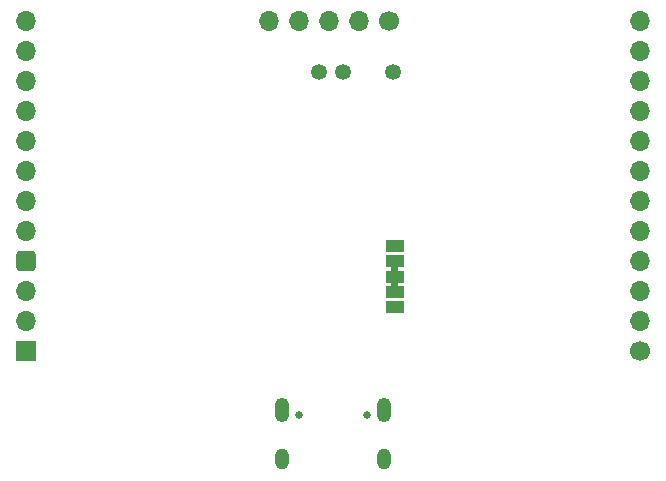
<source format=gbr>
%TF.GenerationSoftware,KiCad,Pcbnew,(7.0.0)*%
%TF.CreationDate,2023-03-31T13:35:02+02:00*%
%TF.ProjectId,rp-micro,72702d6d-6963-4726-9f2e-6b696361645f,1.2*%
%TF.SameCoordinates,Original*%
%TF.FileFunction,Soldermask,Bot*%
%TF.FilePolarity,Negative*%
%FSLAX46Y46*%
G04 Gerber Fmt 4.6, Leading zero omitted, Abs format (unit mm)*
G04 Created by KiCad (PCBNEW (7.0.0)) date 2023-03-31 13:35:02*
%MOMM*%
%LPD*%
G01*
G04 APERTURE LIST*
G04 Aperture macros list*
%AMRoundRect*
0 Rectangle with rounded corners*
0 $1 Rounding radius*
0 $2 $3 $4 $5 $6 $7 $8 $9 X,Y pos of 4 corners*
0 Add a 4 corners polygon primitive as box body*
4,1,4,$2,$3,$4,$5,$6,$7,$8,$9,$2,$3,0*
0 Add four circle primitives for the rounded corners*
1,1,$1+$1,$2,$3*
1,1,$1+$1,$4,$5*
1,1,$1+$1,$6,$7*
1,1,$1+$1,$8,$9*
0 Add four rect primitives between the rounded corners*
20,1,$1+$1,$2,$3,$4,$5,0*
20,1,$1+$1,$4,$5,$6,$7,0*
20,1,$1+$1,$6,$7,$8,$9,0*
20,1,$1+$1,$8,$9,$2,$3,0*%
G04 Aperture macros list end*
%ADD10C,1.700000*%
%ADD11O,1.700000X1.700000*%
%ADD12C,0.650000*%
%ADD13O,1.200000X2.100000*%
%ADD14O,1.200000X1.800000*%
%ADD15C,1.350000*%
%ADD16R,1.500000X1.000000*%
%ADD17R,1.700000X1.700000*%
%ADD18RoundRect,0.340000X-0.510000X-0.510000X0.510000X-0.510000X0.510000X0.510000X-0.510000X0.510000X0*%
G04 APERTURE END LIST*
%TO.C,SB2*%
G36*
X31735779Y-66746386D02*
G01*
X31135779Y-66746386D01*
X31135779Y-66246386D01*
X31735779Y-66246386D01*
X31735779Y-66746386D01*
G37*
%TO.C,SB1*%
G36*
X31735779Y-68050000D02*
G01*
X31135779Y-68050000D01*
X31135779Y-67550000D01*
X31735779Y-67550000D01*
X31735779Y-68050000D01*
G37*
%TD*%
D10*
%TO.C,J3*%
X30922779Y-45526386D03*
D11*
X28382778Y-45526385D03*
X25842778Y-45526385D03*
X23302778Y-45526385D03*
X20762778Y-45526385D03*
%TD*%
D12*
%TO.C,J1*%
X23272000Y-78904000D03*
X29052000Y-78904000D03*
D13*
X21836999Y-78403999D03*
D14*
X21836999Y-82583999D03*
D13*
X30486999Y-78403999D03*
D14*
X30486999Y-82583999D03*
%TD*%
D15*
%TO.C,TP1*%
X31308779Y-49844386D03*
%TD*%
D16*
%TO.C,SB2*%
X31435778Y-67146385D03*
X31435778Y-65846385D03*
X31435778Y-64546385D03*
%TD*%
D17*
%TO.C,J4*%
X190499Y-73466747D03*
D11*
X190499Y-70926747D03*
X190499Y-68386747D03*
D18*
X190500Y-65846748D03*
D11*
X190499Y-63306747D03*
X190499Y-60766747D03*
X190499Y-58226747D03*
X190499Y-55686747D03*
X190499Y-53146747D03*
X190499Y-50606747D03*
X190499Y-48066747D03*
X190499Y-45526747D03*
%TD*%
D15*
%TO.C,TP3*%
X27066979Y-49844386D03*
%TD*%
D16*
%TO.C,SB1*%
X31435778Y-67149999D03*
X31435778Y-68449999D03*
X31435778Y-69749999D03*
%TD*%
D10*
%TO.C,J2*%
X52190500Y-73472748D03*
D11*
X52190499Y-70932747D03*
X52190499Y-68392747D03*
X52190499Y-65852747D03*
X52190499Y-63312747D03*
X52190499Y-60772747D03*
X52190499Y-58232747D03*
X52190499Y-55692747D03*
X52190499Y-53152747D03*
X52190499Y-50612747D03*
X52190499Y-48072747D03*
X52190499Y-45532747D03*
%TD*%
D15*
%TO.C,TP2*%
X24984179Y-49844386D03*
%TD*%
M02*

</source>
